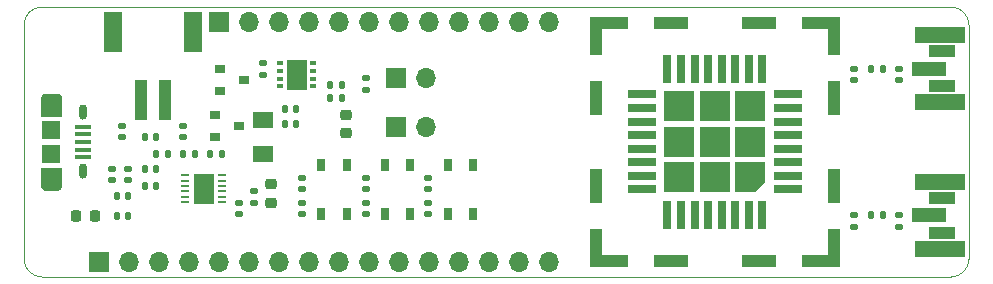
<source format=gts>
G04 #@! TF.GenerationSoftware,KiCad,Pcbnew,(6.0.4)*
G04 #@! TF.CreationDate,2022-06-23T11:25:04-03:00*
G04 #@! TF.ProjectId,HTLRBL32L-10_EvB_V1.0_Rev6.1,48544c52-424c-4333-924c-2d31305f4576,6.0*
G04 #@! TF.SameCoordinates,Original*
G04 #@! TF.FileFunction,Soldermask,Top*
G04 #@! TF.FilePolarity,Negative*
%FSLAX46Y46*%
G04 Gerber Fmt 4.6, Leading zero omitted, Abs format (unit mm)*
G04 Created by KiCad (PCBNEW (6.0.4)) date 2022-06-23 11:25:04*
%MOMM*%
%LPD*%
G01*
G04 APERTURE LIST*
G04 Aperture macros list*
%AMRoundRect*
0 Rectangle with rounded corners*
0 $1 Rounding radius*
0 $2 $3 $4 $5 $6 $7 $8 $9 X,Y pos of 4 corners*
0 Add a 4 corners polygon primitive as box body*
4,1,4,$2,$3,$4,$5,$6,$7,$8,$9,$2,$3,0*
0 Add four circle primitives for the rounded corners*
1,1,$1+$1,$2,$3*
1,1,$1+$1,$4,$5*
1,1,$1+$1,$6,$7*
1,1,$1+$1,$8,$9*
0 Add four rect primitives between the rounded corners*
20,1,$1+$1,$2,$3,$4,$5,0*
20,1,$1+$1,$4,$5,$6,$7,0*
20,1,$1+$1,$6,$7,$8,$9,0*
20,1,$1+$1,$8,$9,$2,$3,0*%
%AMFreePoly0*
4,1,6,1.250000,-1.250000,-1.250000,-1.250000,-1.250000,0.500000,-0.500000,1.250000,1.250000,1.250000,1.250000,-1.250000,1.250000,-1.250000,$1*%
G04 Aperture macros list end*
G04 #@! TA.AperFunction,Profile*
%ADD10C,0.050000*%
G04 #@! TD*
%ADD11C,0.000100*%
%ADD12RoundRect,0.147500X-0.147500X-0.172500X0.147500X-0.172500X0.147500X0.172500X-0.147500X0.172500X0*%
%ADD13RoundRect,0.147500X-0.172500X0.147500X-0.172500X-0.147500X0.172500X-0.147500X0.172500X0.147500X0*%
%ADD14R,1.350000X0.400000*%
%ADD15O,0.650000X1.300000*%
%ADD16O,1.550000X0.775000*%
%ADD17R,1.550000X1.500000*%
%ADD18R,2.200000X1.050000*%
%ADD19R,1.050000X1.000000*%
%ADD20RoundRect,0.218750X-0.218750X-0.256250X0.218750X-0.256250X0.218750X0.256250X-0.218750X0.256250X0*%
%ADD21RoundRect,0.218750X0.256250X-0.218750X0.256250X0.218750X-0.256250X0.218750X-0.256250X-0.218750X0*%
%ADD22R,3.300000X1.000000*%
%ADD23R,2.900000X1.000000*%
%ADD24R,1.000000X2.900000*%
%ADD25R,1.000000X3.300000*%
%ADD26R,1.700000X1.700000*%
%ADD27O,1.700000X1.700000*%
%ADD28R,0.900000X0.800000*%
%ADD29RoundRect,0.147500X0.172500X-0.147500X0.172500X0.147500X-0.172500X0.147500X-0.172500X-0.147500X0*%
%ADD30RoundRect,0.147500X0.147500X0.172500X-0.147500X0.172500X-0.147500X-0.172500X0.147500X-0.172500X0*%
%ADD31R,0.580000X0.400000*%
%ADD32R,1.750000X2.500000*%
%ADD33R,1.000000X3.500000*%
%ADD34R,1.500000X3.400000*%
%ADD35R,0.650000X1.050000*%
%ADD36R,0.650000X0.250000*%
%ADD37R,1.700000X2.500000*%
%ADD38R,1.800000X1.340000*%
%ADD39R,2.400000X0.750000*%
%ADD40R,0.750000X2.400000*%
%ADD41FreePoly0,180.000000*%
%ADD42R,2.500000X2.500000*%
%ADD43R,3.000000X1.270000*%
%ADD44R,4.200000X1.350000*%
G04 APERTURE END LIST*
D10*
X100000000Y-88664000D02*
X100000000Y-108476000D01*
X180010000Y-108476000D02*
X180010000Y-88664000D01*
X101524000Y-87140000D02*
G75*
G03*
X100000000Y-88664000I0J-1524000D01*
G01*
X180010000Y-88664000D02*
G75*
G03*
X178486000Y-87140000I-1524000J0D01*
G01*
X178486000Y-110000000D02*
G75*
G03*
X180010000Y-108476000I0J1524000D01*
G01*
X178486000Y-87140000D02*
X101524000Y-87140002D01*
X100000000Y-108476000D02*
G75*
G03*
X101524000Y-110000000I1524000J0D01*
G01*
X101524000Y-110000000D02*
X178486000Y-110000000D01*
G04 #@! TO.C,CN1*
G36*
X102701168Y-94470685D02*
G01*
X102727264Y-94472739D01*
X102753217Y-94476156D01*
X102778956Y-94480926D01*
X102804410Y-94487037D01*
X102829508Y-94494472D01*
X102854184Y-94503210D01*
X102878368Y-94513227D01*
X102901995Y-94524497D01*
X102925000Y-94536987D01*
X102947320Y-94550665D01*
X102968893Y-94565492D01*
X102989660Y-94581427D01*
X103009565Y-94598428D01*
X103028553Y-94616447D01*
X103046572Y-94635435D01*
X103063573Y-94655340D01*
X103079508Y-94676107D01*
X103094335Y-94697680D01*
X103108013Y-94720000D01*
X103120503Y-94743005D01*
X103131773Y-94766632D01*
X103141790Y-94790816D01*
X103150528Y-94815492D01*
X103157963Y-94840590D01*
X103164074Y-94866044D01*
X103168844Y-94891783D01*
X103172261Y-94917736D01*
X103174315Y-94943832D01*
X103175000Y-94970000D01*
X103175000Y-96370000D01*
X101425000Y-96370000D01*
X101425000Y-94970000D01*
X101425685Y-94943832D01*
X101427739Y-94917736D01*
X101431156Y-94891783D01*
X101435926Y-94866044D01*
X101442037Y-94840590D01*
X101449472Y-94815492D01*
X101458210Y-94790816D01*
X101468227Y-94766632D01*
X101479497Y-94743005D01*
X101491987Y-94720000D01*
X101505665Y-94697680D01*
X101520492Y-94676107D01*
X101536427Y-94655340D01*
X101553428Y-94635435D01*
X101571447Y-94616447D01*
X101590435Y-94598428D01*
X101610340Y-94581427D01*
X101631107Y-94565492D01*
X101652680Y-94550665D01*
X101675000Y-94536987D01*
X101698005Y-94524497D01*
X101721632Y-94513227D01*
X101745816Y-94503210D01*
X101770492Y-94494472D01*
X101795590Y-94487037D01*
X101821044Y-94480926D01*
X101846783Y-94476156D01*
X101872736Y-94472739D01*
X101898832Y-94470685D01*
X101925000Y-94470000D01*
X102675000Y-94470000D01*
X102701168Y-94470685D01*
G37*
D11*
X102701168Y-94470685D02*
X102727264Y-94472739D01*
X102753217Y-94476156D01*
X102778956Y-94480926D01*
X102804410Y-94487037D01*
X102829508Y-94494472D01*
X102854184Y-94503210D01*
X102878368Y-94513227D01*
X102901995Y-94524497D01*
X102925000Y-94536987D01*
X102947320Y-94550665D01*
X102968893Y-94565492D01*
X102989660Y-94581427D01*
X103009565Y-94598428D01*
X103028553Y-94616447D01*
X103046572Y-94635435D01*
X103063573Y-94655340D01*
X103079508Y-94676107D01*
X103094335Y-94697680D01*
X103108013Y-94720000D01*
X103120503Y-94743005D01*
X103131773Y-94766632D01*
X103141790Y-94790816D01*
X103150528Y-94815492D01*
X103157963Y-94840590D01*
X103164074Y-94866044D01*
X103168844Y-94891783D01*
X103172261Y-94917736D01*
X103174315Y-94943832D01*
X103175000Y-94970000D01*
X103175000Y-96370000D01*
X101425000Y-96370000D01*
X101425000Y-94970000D01*
X101425685Y-94943832D01*
X101427739Y-94917736D01*
X101431156Y-94891783D01*
X101435926Y-94866044D01*
X101442037Y-94840590D01*
X101449472Y-94815492D01*
X101458210Y-94790816D01*
X101468227Y-94766632D01*
X101479497Y-94743005D01*
X101491987Y-94720000D01*
X101505665Y-94697680D01*
X101520492Y-94676107D01*
X101536427Y-94655340D01*
X101553428Y-94635435D01*
X101571447Y-94616447D01*
X101590435Y-94598428D01*
X101610340Y-94581427D01*
X101631107Y-94565492D01*
X101652680Y-94550665D01*
X101675000Y-94536987D01*
X101698005Y-94524497D01*
X101721632Y-94513227D01*
X101745816Y-94503210D01*
X101770492Y-94494472D01*
X101795590Y-94487037D01*
X101821044Y-94480926D01*
X101846783Y-94476156D01*
X101872736Y-94472739D01*
X101898832Y-94470685D01*
X101925000Y-94470000D01*
X102675000Y-94470000D01*
X102701168Y-94470685D01*
G36*
X103175000Y-102170000D02*
G01*
X103174315Y-102196168D01*
X103172261Y-102222264D01*
X103168844Y-102248217D01*
X103164074Y-102273956D01*
X103157963Y-102299410D01*
X103150528Y-102324508D01*
X103141790Y-102349184D01*
X103131773Y-102373368D01*
X103120503Y-102396995D01*
X103108013Y-102420000D01*
X103094335Y-102442320D01*
X103079508Y-102463893D01*
X103063573Y-102484660D01*
X103046572Y-102504565D01*
X103028553Y-102523553D01*
X103009565Y-102541572D01*
X102989660Y-102558573D01*
X102968893Y-102574508D01*
X102947320Y-102589335D01*
X102925000Y-102603013D01*
X102901995Y-102615503D01*
X102878368Y-102626773D01*
X102854184Y-102636790D01*
X102829508Y-102645528D01*
X102804410Y-102652963D01*
X102778956Y-102659074D01*
X102753217Y-102663844D01*
X102727264Y-102667261D01*
X102701168Y-102669315D01*
X102675000Y-102670000D01*
X101925000Y-102670000D01*
X101898832Y-102669315D01*
X101872736Y-102667261D01*
X101846783Y-102663844D01*
X101821044Y-102659074D01*
X101795590Y-102652963D01*
X101770492Y-102645528D01*
X101745816Y-102636790D01*
X101721632Y-102626773D01*
X101698005Y-102615503D01*
X101675000Y-102603013D01*
X101652680Y-102589335D01*
X101631107Y-102574508D01*
X101610340Y-102558573D01*
X101590435Y-102541572D01*
X101571447Y-102523553D01*
X101553428Y-102504565D01*
X101536427Y-102484660D01*
X101520492Y-102463893D01*
X101505665Y-102442320D01*
X101491987Y-102420000D01*
X101479497Y-102396995D01*
X101468227Y-102373368D01*
X101458210Y-102349184D01*
X101449472Y-102324508D01*
X101442037Y-102299410D01*
X101435926Y-102273956D01*
X101431156Y-102248217D01*
X101427739Y-102222264D01*
X101425685Y-102196168D01*
X101425000Y-102170000D01*
X101425000Y-100770000D01*
X103175000Y-100770000D01*
X103175000Y-102170000D01*
G37*
X103175000Y-102170000D02*
X103174315Y-102196168D01*
X103172261Y-102222264D01*
X103168844Y-102248217D01*
X103164074Y-102273956D01*
X103157963Y-102299410D01*
X103150528Y-102324508D01*
X103141790Y-102349184D01*
X103131773Y-102373368D01*
X103120503Y-102396995D01*
X103108013Y-102420000D01*
X103094335Y-102442320D01*
X103079508Y-102463893D01*
X103063573Y-102484660D01*
X103046572Y-102504565D01*
X103028553Y-102523553D01*
X103009565Y-102541572D01*
X102989660Y-102558573D01*
X102968893Y-102574508D01*
X102947320Y-102589335D01*
X102925000Y-102603013D01*
X102901995Y-102615503D01*
X102878368Y-102626773D01*
X102854184Y-102636790D01*
X102829508Y-102645528D01*
X102804410Y-102652963D01*
X102778956Y-102659074D01*
X102753217Y-102663844D01*
X102727264Y-102667261D01*
X102701168Y-102669315D01*
X102675000Y-102670000D01*
X101925000Y-102670000D01*
X101898832Y-102669315D01*
X101872736Y-102667261D01*
X101846783Y-102663844D01*
X101821044Y-102659074D01*
X101795590Y-102652963D01*
X101770492Y-102645528D01*
X101745816Y-102636790D01*
X101721632Y-102626773D01*
X101698005Y-102615503D01*
X101675000Y-102603013D01*
X101652680Y-102589335D01*
X101631107Y-102574508D01*
X101610340Y-102558573D01*
X101590435Y-102541572D01*
X101571447Y-102523553D01*
X101553428Y-102504565D01*
X101536427Y-102484660D01*
X101520492Y-102463893D01*
X101505665Y-102442320D01*
X101491987Y-102420000D01*
X101479497Y-102396995D01*
X101468227Y-102373368D01*
X101458210Y-102349184D01*
X101449472Y-102324508D01*
X101442037Y-102299410D01*
X101435926Y-102273956D01*
X101431156Y-102248217D01*
X101427739Y-102222264D01*
X101425685Y-102196168D01*
X101425000Y-102170000D01*
X101425000Y-100770000D01*
X103175000Y-100770000D01*
X103175000Y-102170000D01*
G04 #@! TD*
D12*
G04 #@! TO.C,C2*
X111201400Y-99630000D03*
X112171400Y-99630000D03*
G04 #@! TD*
G04 #@! TO.C,C6*
X122080500Y-97063780D03*
X123050500Y-97063780D03*
G04 #@! TD*
G04 #@! TO.C,C7*
X122080500Y-95742980D03*
X123050500Y-95742980D03*
G04 #@! TD*
D13*
G04 #@! TO.C,C8*
X118220000Y-103723800D03*
X118220000Y-104693800D03*
G04 #@! TD*
G04 #@! TO.C,C15*
X170275500Y-104796000D03*
X170275500Y-105766000D03*
G04 #@! TD*
G04 #@! TO.C,C16*
X170275500Y-92370000D03*
X170275500Y-93340000D03*
G04 #@! TD*
G04 #@! TO.C,C17*
X174090000Y-104793000D03*
X174090000Y-105763000D03*
G04 #@! TD*
G04 #@! TO.C,C18*
X174090000Y-92365000D03*
X174090000Y-93335000D03*
G04 #@! TD*
D14*
G04 #@! TO.C,CN1*
X105000000Y-97270000D03*
X105000000Y-97920000D03*
X105000000Y-98570000D03*
X105000000Y-99220000D03*
X105000000Y-99870000D03*
D15*
X105000000Y-96070000D03*
X105000000Y-101070000D03*
D16*
X102300000Y-95070000D03*
D17*
X102300000Y-97570000D03*
X102300000Y-99570000D03*
D16*
X102300000Y-102070000D03*
G04 #@! TD*
D18*
G04 #@! TO.C,CN5*
X177730000Y-103318000D03*
X177730000Y-106268000D03*
D19*
X176205000Y-104793000D03*
G04 #@! TD*
D18*
G04 #@! TO.C,CN6*
X177730000Y-90903000D03*
X177730000Y-93853000D03*
D19*
X176205000Y-92378000D03*
G04 #@! TD*
D20*
G04 #@! TO.C,D2*
X104419400Y-104818400D03*
X105994400Y-104818400D03*
G04 #@! TD*
D21*
G04 #@! TO.C,D3*
X127250000Y-97850000D03*
X127250000Y-96275000D03*
G04 #@! TD*
D22*
G04 #@! TO.C,J1*
X167450000Y-88470000D03*
D23*
X162250000Y-108670000D03*
D24*
X168600000Y-102320000D03*
D25*
X148400000Y-107520000D03*
D23*
X154750000Y-88470000D03*
X154750000Y-108670000D03*
D22*
X149550000Y-108670000D03*
D24*
X148400000Y-102320000D03*
X168600000Y-94820000D03*
D25*
X168600000Y-89620000D03*
D24*
X148400000Y-94820000D03*
D25*
X148400000Y-89620000D03*
D23*
X162250000Y-88470000D03*
D25*
X168600000Y-107520000D03*
D22*
X149550000Y-88470000D03*
X167450000Y-108670000D03*
G04 #@! TD*
D26*
G04 #@! TO.C,JP2*
X131490920Y-97269520D03*
D27*
X134030920Y-97269520D03*
G04 #@! TD*
D26*
G04 #@! TO.C,JP3*
X131490920Y-93175040D03*
D27*
X134030920Y-93175040D03*
G04 #@! TD*
D12*
G04 #@! TO.C,L1*
X171736940Y-104793000D03*
X172706940Y-104793000D03*
G04 #@! TD*
D28*
G04 #@! TO.C,Q2*
X116620000Y-92390000D03*
X116620000Y-94290000D03*
X118620000Y-93340000D03*
G04 #@! TD*
D29*
G04 #@! TO.C,R1*
X107493000Y-101820000D03*
X107493000Y-100850000D03*
G04 #@! TD*
D30*
G04 #@! TO.C,R4*
X116765000Y-99630000D03*
X115795000Y-99630000D03*
G04 #@! TD*
D13*
G04 #@! TO.C,R6*
X113474700Y-97206300D03*
X113474700Y-98176300D03*
G04 #@! TD*
G04 #@! TO.C,R7*
X120270000Y-91915000D03*
X120270000Y-92885000D03*
G04 #@! TD*
D29*
G04 #@! TO.C,R8*
X119460000Y-103720000D03*
X119460000Y-102750000D03*
G04 #@! TD*
D12*
G04 #@! TO.C,R9*
X107843800Y-104818400D03*
X108813800Y-104818400D03*
G04 #@! TD*
D29*
G04 #@! TO.C,R12*
X128950000Y-94152800D03*
X128950000Y-93182800D03*
G04 #@! TD*
D31*
G04 #@! TO.C,U3*
X124440000Y-93865000D03*
X124440000Y-93215000D03*
X124440000Y-92565000D03*
X124440000Y-91915000D03*
X121720000Y-91915000D03*
X121720000Y-92565000D03*
X121720000Y-93215000D03*
X121720000Y-93865000D03*
D32*
X123080000Y-92890000D03*
G04 #@! TD*
D33*
G04 #@! TO.C,CN2*
X111922000Y-95000000D03*
X109922000Y-95000000D03*
D34*
X114272000Y-89250000D03*
X107572000Y-89250000D03*
G04 #@! TD*
D26*
G04 #@! TO.C,CN4*
X116508820Y-88410000D03*
D27*
X119048820Y-88410000D03*
X121588820Y-88410000D03*
X124128820Y-88410000D03*
X126668820Y-88410000D03*
X129208820Y-88410000D03*
X131748820Y-88410000D03*
X134288820Y-88410000D03*
X136828820Y-88410000D03*
X139368820Y-88410000D03*
X141908820Y-88410000D03*
X144448820Y-88410000D03*
G04 #@! TD*
D12*
G04 #@! TO.C,L2*
X171736940Y-92369860D03*
X172706940Y-92369860D03*
G04 #@! TD*
D30*
G04 #@! TO.C,FB1*
X111203800Y-98170000D03*
X110233800Y-98170000D03*
G04 #@! TD*
D29*
G04 #@! TO.C,R3*
X108813800Y-101821200D03*
X108813800Y-100851200D03*
G04 #@! TD*
D13*
G04 #@! TO.C,C1*
X108328000Y-97196000D03*
X108328000Y-98166000D03*
G04 #@! TD*
D30*
G04 #@! TO.C,R2*
X111203800Y-100856000D03*
X110233800Y-100856000D03*
G04 #@! TD*
D12*
G04 #@! TO.C,C9*
X110245000Y-102290000D03*
X111215000Y-102290000D03*
G04 #@! TD*
G04 #@! TO.C,C4*
X125955000Y-93790000D03*
X126925000Y-93790000D03*
G04 #@! TD*
G04 #@! TO.C,C5*
X125955000Y-94850000D03*
X126925000Y-94850000D03*
G04 #@! TD*
D35*
G04 #@! TO.C,SW3*
X138046000Y-100497120D03*
X138046000Y-104647120D03*
X135896000Y-100497120D03*
X135896000Y-104647120D03*
G04 #@! TD*
G04 #@! TO.C,SW1*
X127311960Y-100497120D03*
X127311960Y-104647120D03*
X125161960Y-100497120D03*
X125161960Y-104647120D03*
G04 #@! TD*
D28*
G04 #@! TO.C,Q1*
X116170400Y-96280000D03*
X116170400Y-98180000D03*
X118170400Y-97230000D03*
G04 #@! TD*
D36*
G04 #@! TO.C,U2*
X116760000Y-103645000D03*
X116760000Y-103195000D03*
X116760000Y-102745000D03*
X116760000Y-102295000D03*
X116760000Y-101845000D03*
X116760000Y-101395000D03*
X113660000Y-101395000D03*
X113660000Y-101845000D03*
X113660000Y-102295000D03*
X113660000Y-102745000D03*
X113660000Y-103195000D03*
X113660000Y-103645000D03*
D37*
X115210000Y-102520000D03*
G04 #@! TD*
D21*
G04 #@! TO.C,JP1*
X120929600Y-103726300D03*
X120929600Y-102151300D03*
G04 #@! TD*
D13*
G04 #@! TO.C,C13*
X128970000Y-103715000D03*
X128970000Y-104685000D03*
G04 #@! TD*
G04 #@! TO.C,C14*
X134177000Y-101610000D03*
X134177000Y-102580000D03*
G04 #@! TD*
G04 #@! TO.C,C12*
X123500000Y-103715000D03*
X123500000Y-104685000D03*
G04 #@! TD*
D29*
G04 #@! TO.C,R14*
X128970000Y-102580000D03*
X128970000Y-101610000D03*
G04 #@! TD*
G04 #@! TO.C,R15*
X134177000Y-104685000D03*
X134177000Y-103715000D03*
G04 #@! TD*
G04 #@! TO.C,R13*
X123500000Y-102580000D03*
X123500000Y-101610000D03*
G04 #@! TD*
D30*
G04 #@! TO.C,C3*
X108813800Y-103120000D03*
X107843800Y-103120000D03*
G04 #@! TD*
D35*
G04 #@! TO.C,SW2*
X132712000Y-100497120D03*
X132712000Y-104647120D03*
X130562000Y-100497120D03*
X130562000Y-104647120D03*
G04 #@! TD*
D38*
G04 #@! TO.C,D1*
X120269200Y-96733600D03*
X120269200Y-99593600D03*
G04 #@! TD*
D30*
G04 #@! TO.C,R5*
X114442300Y-99630000D03*
X113472300Y-99630000D03*
G04 #@! TD*
D39*
G04 #@! TO.C,U1*
X164700000Y-102595000D03*
X164700000Y-101445000D03*
X164700000Y-100295000D03*
X164700000Y-99145000D03*
X164700000Y-97995000D03*
X164700000Y-96845000D03*
X164700000Y-95695000D03*
X164700000Y-94545000D03*
D40*
X162525000Y-92370000D03*
X161375000Y-92370000D03*
X160225000Y-92370000D03*
X159075000Y-92370000D03*
X157925000Y-92370000D03*
X156775000Y-92370000D03*
X155625000Y-92370000D03*
X154475000Y-92370000D03*
D39*
X152300000Y-94545000D03*
X152300000Y-95695000D03*
X152300000Y-96845000D03*
X152300000Y-97995000D03*
X152300000Y-99145000D03*
X152300000Y-100295000D03*
X152300000Y-101445000D03*
X152300000Y-102595000D03*
D40*
X154475000Y-104770000D03*
X155625000Y-104770000D03*
X156775000Y-104770000D03*
X157925000Y-104770000D03*
X159075000Y-104770000D03*
X160225000Y-104770000D03*
X161375000Y-104770000D03*
X162525000Y-104770000D03*
D41*
X161500000Y-101570000D03*
D42*
X158500000Y-101570000D03*
X155500000Y-101570000D03*
X161500000Y-98570000D03*
X158500000Y-98570000D03*
X155500000Y-98570000D03*
X161500000Y-95570000D03*
X158500000Y-95570000D03*
X155500000Y-95570000D03*
G04 #@! TD*
D26*
G04 #@! TO.C,CN3*
X106350000Y-108730000D03*
D27*
X108890000Y-108730000D03*
X111430000Y-108730000D03*
X113970000Y-108730000D03*
X116510000Y-108730000D03*
X119050000Y-108730000D03*
X121590000Y-108730000D03*
X124130000Y-108730000D03*
X126670000Y-108730000D03*
X129210000Y-108730000D03*
X131750000Y-108730000D03*
X134290000Y-108730000D03*
X136830000Y-108730000D03*
X139370000Y-108730000D03*
X141910000Y-108730000D03*
X144450000Y-108730000D03*
G04 #@! TD*
D43*
G04 #@! TO.C,REF\u002A\u002A*
X176630000Y-92378000D03*
D44*
X177530000Y-95203000D03*
X177530000Y-89553000D03*
G04 #@! TD*
D43*
G04 #@! TO.C,REF\u002A\u002A*
X176620000Y-104793000D03*
D44*
X177520000Y-101968000D03*
X177520000Y-107618000D03*
G04 #@! TD*
M02*

</source>
